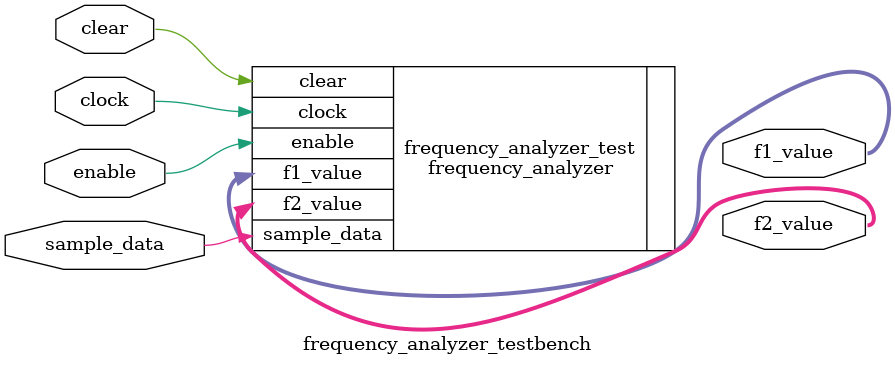
<source format=v>
`timescale 1ns / 1ps


module frequency_analyzer_testbench #
(
    // FREQUENCY_2 MUST ALWAYS BE GREATER THAN FREQUENCY_1
    parameter FREQUENCY_1 = 9000,    // i.e. 9  kHz
    parameter FREQUENCY_2 = 20000,   // i.e. 11 kHz
    parameter CLOCK = 50000000       // i.e. 50 MHz
)
(
    input wire sample_data,
    input wire clock,
    input wire enable,
    input wire clear,
    output wire[31:0] f1_value,
    output wire[31:0] f2_value
);

frequency_analyzer #(.FREQUENCY_1(FREQUENCY_1), .FREQUENCY_2(FREQUENCY_2), .CLOCK(CLOCK)) 
frequency_analyzer_test (.sample_data(sample_data), .clock(clock), .enable(enable),
                         .clear(clear), .f1_value(f1_value), .f2_value(f2_value));

endmodule
</source>
